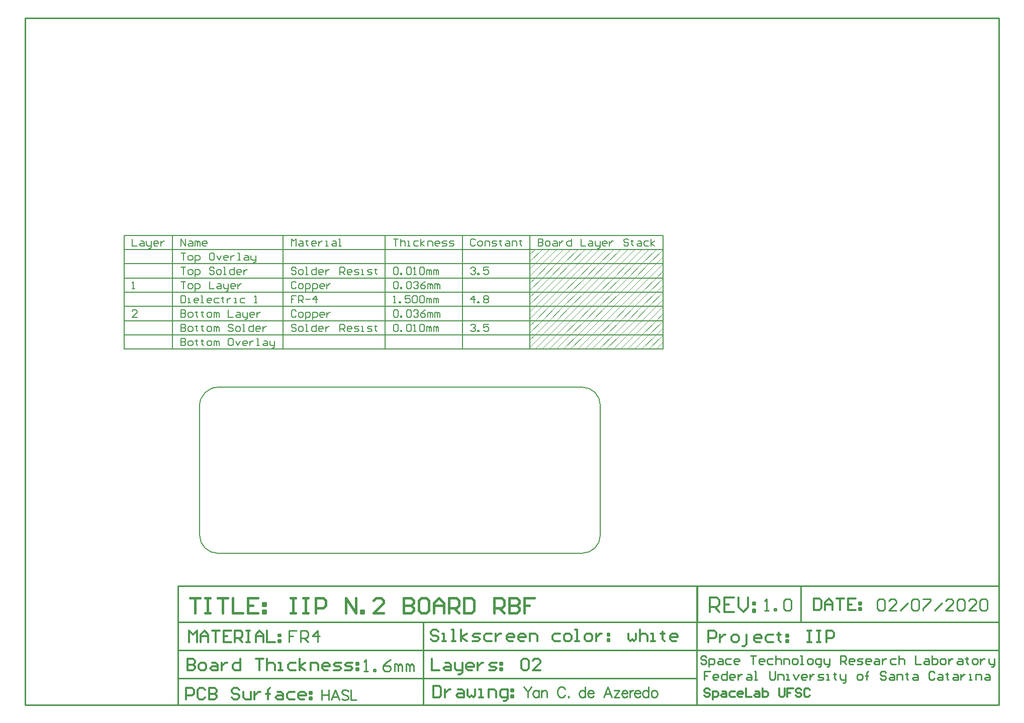
<source format=gm1>
G04*
G04 #@! TF.GenerationSoftware,Altium Limited,Altium Designer,20.2.6 (244)*
G04*
G04 Layer_Color=16711935*
%FSLAX25Y25*%
%MOIN*%
G70*
G04*
G04 #@! TF.SameCoordinates,BC087348-C804-4798-9038-869343D915B4*
G04*
G04*
G04 #@! TF.FilePolarity,Positive*
G04*
G01*
G75*
%ADD10C,0.00787*%
%ADD11C,0.01000*%
%ADD14C,0.00100*%
%ADD15C,0.01378*%
%ADD16C,0.01575*%
%ADD17C,0.01299*%
D10*
X0Y12067D02*
G03*
X12067Y0I12067J0D01*
G01*
X253681D02*
G03*
X265748Y12067I0J12067D01*
G01*
Y98264D02*
G03*
X253776Y110236I-11972J0D01*
G01*
X12359D02*
G03*
X0Y97877I0J-12359D01*
G01*
Y12067D02*
Y54331D01*
X12067Y0D02*
X253681D01*
X265748Y12067D02*
Y98264D01*
X12359Y110236D02*
X253776D01*
X0Y54331D02*
Y97877D01*
Y12067D02*
G03*
X12067Y0I12067J0D01*
G01*
X253681D02*
G03*
X265748Y12067I0J12067D01*
G01*
Y98264D02*
G03*
X253776Y110236I-11972J0D01*
G01*
X12359D02*
G03*
X0Y97877I0J-12359D01*
G01*
Y12067D02*
Y54331D01*
X12067Y0D02*
X253681D01*
X265748Y12067D02*
Y98264D01*
X12359Y110236D02*
X253776D01*
X0Y54331D02*
Y97877D01*
X-50128Y201648D02*
X307259D01*
X-50128Y211097D02*
X307259D01*
X-50128Y135506D02*
Y211097D01*
Y135506D02*
X-17851D01*
X-50128Y144955D02*
X-17851D01*
X-50128Y154404D02*
X-17851D01*
X-50128Y163853D02*
X-17851D01*
X-50128Y173302D02*
X-17851D01*
X-50128Y182751D02*
X-17851D01*
X-50128Y192199D02*
X-17851D01*
Y135506D02*
Y211097D01*
Y135506D02*
X55357D01*
X-17851Y144955D02*
X55357D01*
X-17851Y154404D02*
X55357D01*
X-17851Y163853D02*
X55357D01*
X-17851Y173302D02*
X55357D01*
X-17851Y182751D02*
X55357D01*
X-17851Y192199D02*
X55357D01*
Y135506D02*
Y211097D01*
Y135506D02*
X123055D01*
X55357Y144955D02*
X123055D01*
X55357Y154404D02*
X123055D01*
X55357Y163853D02*
X123055D01*
X55357Y173302D02*
X123055D01*
X55357Y182751D02*
X123055D01*
X55357Y192199D02*
X123055D01*
Y135506D02*
Y211097D01*
Y135506D02*
X174224D01*
X123055Y144955D02*
X174224D01*
X123055Y154404D02*
X174224D01*
X123055Y163853D02*
X174224D01*
X123055Y173302D02*
X174224D01*
X123055Y182751D02*
X174224D01*
X123055Y192199D02*
X174224D01*
Y135506D02*
Y211097D01*
Y135506D02*
X219094D01*
X174224Y144955D02*
X219094D01*
X174224Y154404D02*
X219094D01*
X174224Y163853D02*
X219094D01*
X174224Y173302D02*
X219094D01*
X174224Y182751D02*
X219094D01*
X174224Y192199D02*
X219094D01*
Y135506D02*
Y211097D01*
Y135506D02*
X307259D01*
X219094Y144955D02*
X307259D01*
X219094Y154404D02*
X307259D01*
X219094Y163853D02*
X307259D01*
X219094Y173302D02*
X307259D01*
X219094Y182751D02*
X307259D01*
X219094Y192199D02*
X307259D01*
Y135506D02*
Y211097D01*
X-44616Y208733D02*
Y204010D01*
X-41467D01*
X-39106Y207159D02*
X-37531D01*
X-36744Y206372D01*
Y204010D01*
X-39106D01*
X-39893Y204798D01*
X-39106Y205585D01*
X-36744D01*
X-35170Y207159D02*
Y204798D01*
X-34383Y204010D01*
X-32021D01*
Y203223D01*
X-32809Y202436D01*
X-33596D01*
X-32021Y204010D02*
Y207159D01*
X-28086Y204010D02*
X-29660D01*
X-30447Y204798D01*
Y206372D01*
X-29660Y207159D01*
X-28086D01*
X-27299Y206372D01*
Y205585D01*
X-30447D01*
X-25724Y207159D02*
Y204010D01*
Y205585D01*
X-24937Y206372D01*
X-24150Y207159D01*
X-23363D01*
X-41467Y156766D02*
X-44616D01*
X-41467Y159915D01*
Y160702D01*
X-42254Y161489D01*
X-43829D01*
X-44616Y160702D01*
Y175664D02*
X-43041D01*
X-43829D01*
Y180387D01*
X-44616Y179600D01*
X-12339Y204010D02*
Y208733D01*
X-9191Y204010D01*
Y208733D01*
X-6829Y207159D02*
X-5255D01*
X-4468Y206372D01*
Y204010D01*
X-6829D01*
X-7616Y204798D01*
X-6829Y205585D01*
X-4468D01*
X-2893Y204010D02*
Y207159D01*
X-2106D01*
X-1319Y206372D01*
Y204010D01*
Y206372D01*
X-532Y207159D01*
X255Y206372D01*
Y204010D01*
X4191D02*
X2617D01*
X1829Y204798D01*
Y206372D01*
X2617Y207159D01*
X4191D01*
X4978Y206372D01*
Y205585D01*
X1829D01*
X-12339Y142592D02*
Y137869D01*
X-9978D01*
X-9191Y138656D01*
Y139443D01*
X-9978Y140230D01*
X-12339D01*
X-9978D01*
X-9191Y141017D01*
Y141805D01*
X-9978Y142592D01*
X-12339D01*
X-6829Y137869D02*
X-5255D01*
X-4468Y138656D01*
Y140230D01*
X-5255Y141017D01*
X-6829D01*
X-7616Y140230D01*
Y138656D01*
X-6829Y137869D01*
X-2106Y141805D02*
Y141017D01*
X-2893D01*
X-1319D01*
X-2106D01*
Y138656D01*
X-1319Y137869D01*
X1829Y141805D02*
Y141017D01*
X1042D01*
X2617D01*
X1829D01*
Y138656D01*
X2617Y137869D01*
X5765D02*
X7339D01*
X8127Y138656D01*
Y140230D01*
X7339Y141017D01*
X5765D01*
X4978Y140230D01*
Y138656D01*
X5765Y137869D01*
X9701D02*
Y141017D01*
X10488D01*
X11275Y140230D01*
Y137869D01*
Y140230D01*
X12062Y141017D01*
X12849Y140230D01*
Y137869D01*
X21508Y142592D02*
X19934D01*
X19147Y141805D01*
Y138656D01*
X19934Y137869D01*
X21508D01*
X22295Y138656D01*
Y141805D01*
X21508Y142592D01*
X23870Y141017D02*
X25444Y137869D01*
X27018Y141017D01*
X30954Y137869D02*
X29380D01*
X28593Y138656D01*
Y140230D01*
X29380Y141017D01*
X30954D01*
X31741Y140230D01*
Y139443D01*
X28593D01*
X33315Y141017D02*
Y137869D01*
Y139443D01*
X34102Y140230D01*
X34890Y141017D01*
X35677D01*
X38038Y137869D02*
X39612D01*
X38825D01*
Y142592D01*
X38038D01*
X42761Y141017D02*
X44335D01*
X45123Y140230D01*
Y137869D01*
X42761D01*
X41974Y138656D01*
X42761Y139443D01*
X45123D01*
X46697Y141017D02*
Y138656D01*
X47484Y137869D01*
X49845D01*
Y137082D01*
X49058Y136294D01*
X48271D01*
X49845Y137869D02*
Y141017D01*
X-12339Y152040D02*
Y147318D01*
X-9978D01*
X-9191Y148105D01*
Y148892D01*
X-9978Y149679D01*
X-12339D01*
X-9978D01*
X-9191Y150466D01*
Y151253D01*
X-9978Y152040D01*
X-12339D01*
X-6829Y147318D02*
X-5255D01*
X-4468Y148105D01*
Y149679D01*
X-5255Y150466D01*
X-6829D01*
X-7616Y149679D01*
Y148105D01*
X-6829Y147318D01*
X-2106Y151253D02*
Y150466D01*
X-2893D01*
X-1319D01*
X-2106D01*
Y148105D01*
X-1319Y147318D01*
X1829Y151253D02*
Y150466D01*
X1042D01*
X2617D01*
X1829D01*
Y148105D01*
X2617Y147318D01*
X5765D02*
X7339D01*
X8127Y148105D01*
Y149679D01*
X7339Y150466D01*
X5765D01*
X4978Y149679D01*
Y148105D01*
X5765Y147318D01*
X9701D02*
Y150466D01*
X10488D01*
X11275Y149679D01*
Y147318D01*
Y149679D01*
X12062Y150466D01*
X12849Y149679D01*
Y147318D01*
X22295Y151253D02*
X21508Y152040D01*
X19934D01*
X19147Y151253D01*
Y150466D01*
X19934Y149679D01*
X21508D01*
X22295Y148892D01*
Y148105D01*
X21508Y147318D01*
X19934D01*
X19147Y148105D01*
X24657Y147318D02*
X26231D01*
X27018Y148105D01*
Y149679D01*
X26231Y150466D01*
X24657D01*
X23870Y149679D01*
Y148105D01*
X24657Y147318D01*
X28593D02*
X30167D01*
X29380D01*
Y152040D01*
X28593D01*
X35677D02*
Y147318D01*
X33315D01*
X32528Y148105D01*
Y149679D01*
X33315Y150466D01*
X35677D01*
X39612Y147318D02*
X38038D01*
X37251Y148105D01*
Y149679D01*
X38038Y150466D01*
X39612D01*
X40400Y149679D01*
Y148892D01*
X37251D01*
X41974Y150466D02*
Y147318D01*
Y148892D01*
X42761Y149679D01*
X43548Y150466D01*
X44335D01*
X-12339Y161489D02*
Y156766D01*
X-9978D01*
X-9191Y157554D01*
Y158341D01*
X-9978Y159128D01*
X-12339D01*
X-9978D01*
X-9191Y159915D01*
Y160702D01*
X-9978Y161489D01*
X-12339D01*
X-6829Y156766D02*
X-5255D01*
X-4468Y157554D01*
Y159128D01*
X-5255Y159915D01*
X-6829D01*
X-7616Y159128D01*
Y157554D01*
X-6829Y156766D01*
X-2106Y160702D02*
Y159915D01*
X-2893D01*
X-1319D01*
X-2106D01*
Y157554D01*
X-1319Y156766D01*
X1829Y160702D02*
Y159915D01*
X1042D01*
X2617D01*
X1829D01*
Y157554D01*
X2617Y156766D01*
X5765D02*
X7339D01*
X8127Y157554D01*
Y159128D01*
X7339Y159915D01*
X5765D01*
X4978Y159128D01*
Y157554D01*
X5765Y156766D01*
X9701D02*
Y159915D01*
X10488D01*
X11275Y159128D01*
Y156766D01*
Y159128D01*
X12062Y159915D01*
X12849Y159128D01*
Y156766D01*
X19147Y161489D02*
Y156766D01*
X22295D01*
X24657Y159915D02*
X26231D01*
X27018Y159128D01*
Y156766D01*
X24657D01*
X23870Y157554D01*
X24657Y158341D01*
X27018D01*
X28593Y159915D02*
Y157554D01*
X29380Y156766D01*
X31741D01*
Y155979D01*
X30954Y155192D01*
X30167D01*
X31741Y156766D02*
Y159915D01*
X35677Y156766D02*
X34102D01*
X33315Y157554D01*
Y159128D01*
X34102Y159915D01*
X35677D01*
X36464Y159128D01*
Y158341D01*
X33315D01*
X38038Y159915D02*
Y156766D01*
Y158341D01*
X38825Y159128D01*
X39612Y159915D01*
X40400D01*
X-12339Y170938D02*
Y166215D01*
X-9978D01*
X-9191Y167002D01*
Y170151D01*
X-9978Y170938D01*
X-12339D01*
X-7616Y166215D02*
X-6042D01*
X-6829D01*
Y169364D01*
X-7616D01*
X-1319Y166215D02*
X-2893D01*
X-3681Y167002D01*
Y168577D01*
X-2893Y169364D01*
X-1319D01*
X-532Y168577D01*
Y167789D01*
X-3681D01*
X1042Y166215D02*
X2617D01*
X1829D01*
Y170938D01*
X1042D01*
X7339Y166215D02*
X5765D01*
X4978Y167002D01*
Y168577D01*
X5765Y169364D01*
X7339D01*
X8127Y168577D01*
Y167789D01*
X4978D01*
X12849Y169364D02*
X10488D01*
X9701Y168577D01*
Y167002D01*
X10488Y166215D01*
X12849D01*
X15211Y170151D02*
Y169364D01*
X14424D01*
X15998D01*
X15211D01*
Y167002D01*
X15998Y166215D01*
X18360Y169364D02*
Y166215D01*
Y167789D01*
X19147Y168577D01*
X19934Y169364D01*
X20721D01*
X23083Y166215D02*
X24657D01*
X23870D01*
Y169364D01*
X23083D01*
X30167D02*
X27805D01*
X27018Y168577D01*
Y167002D01*
X27805Y166215D01*
X30167D01*
X36464D02*
X38038D01*
X37251D01*
Y170938D01*
X36464Y170151D01*
X-12339Y180387D02*
X-9191D01*
X-10765D01*
Y175664D01*
X-6829D02*
X-5255D01*
X-4468Y176451D01*
Y178025D01*
X-5255Y178813D01*
X-6829D01*
X-7616Y178025D01*
Y176451D01*
X-6829Y175664D01*
X-2893Y174090D02*
Y178813D01*
X-532D01*
X255Y178025D01*
Y176451D01*
X-532Y175664D01*
X-2893D01*
X6552Y180387D02*
Y175664D01*
X9701D01*
X12062Y178813D02*
X13637D01*
X14424Y178025D01*
Y175664D01*
X12062D01*
X11275Y176451D01*
X12062Y177238D01*
X14424D01*
X15998Y178813D02*
Y176451D01*
X16785Y175664D01*
X19147D01*
Y174877D01*
X18360Y174090D01*
X17572D01*
X19147Y175664D02*
Y178813D01*
X23082Y175664D02*
X21508D01*
X20721Y176451D01*
Y178025D01*
X21508Y178813D01*
X23082D01*
X23870Y178025D01*
Y177238D01*
X20721D01*
X25444Y178813D02*
Y175664D01*
Y177238D01*
X26231Y178025D01*
X27018Y178813D01*
X27805D01*
X-12339Y189836D02*
X-9191D01*
X-10765D01*
Y185113D01*
X-6829D02*
X-5255D01*
X-4468Y185900D01*
Y187474D01*
X-5255Y188261D01*
X-6829D01*
X-7616Y187474D01*
Y185900D01*
X-6829Y185113D01*
X-2893Y183538D02*
Y188261D01*
X-532D01*
X255Y187474D01*
Y185900D01*
X-532Y185113D01*
X-2893D01*
X9701Y189049D02*
X8914Y189836D01*
X7339D01*
X6552Y189049D01*
Y188261D01*
X7339Y187474D01*
X8914D01*
X9701Y186687D01*
Y185900D01*
X8914Y185113D01*
X7339D01*
X6552Y185900D01*
X12062Y185113D02*
X13637D01*
X14424Y185900D01*
Y187474D01*
X13637Y188261D01*
X12062D01*
X11275Y187474D01*
Y185900D01*
X12062Y185113D01*
X15998D02*
X17572D01*
X16785D01*
Y189836D01*
X15998D01*
X23083D02*
Y185113D01*
X20721D01*
X19934Y185900D01*
Y187474D01*
X20721Y188261D01*
X23083D01*
X27018Y185113D02*
X25444D01*
X24657Y185900D01*
Y187474D01*
X25444Y188261D01*
X27018D01*
X27805Y187474D01*
Y186687D01*
X24657D01*
X29380Y188261D02*
Y185113D01*
Y186687D01*
X30167Y187474D01*
X30954Y188261D01*
X31741D01*
X-12339Y199285D02*
X-9191D01*
X-10765D01*
Y194562D01*
X-6829D02*
X-5255D01*
X-4468Y195349D01*
Y196923D01*
X-5255Y197710D01*
X-6829D01*
X-7616Y196923D01*
Y195349D01*
X-6829Y194562D01*
X-2893Y192987D02*
Y197710D01*
X-532D01*
X255Y196923D01*
Y195349D01*
X-532Y194562D01*
X-2893D01*
X8914Y199285D02*
X7339D01*
X6552Y198497D01*
Y195349D01*
X7339Y194562D01*
X8914D01*
X9701Y195349D01*
Y198497D01*
X8914Y199285D01*
X11275Y197710D02*
X12849Y194562D01*
X14424Y197710D01*
X18360Y194562D02*
X16785D01*
X15998Y195349D01*
Y196923D01*
X16785Y197710D01*
X18360D01*
X19147Y196923D01*
Y196136D01*
X15998D01*
X20721Y197710D02*
Y194562D01*
Y196136D01*
X21508Y196923D01*
X22295Y197710D01*
X23082D01*
X25444Y194562D02*
X27018D01*
X26231D01*
Y199285D01*
X25444D01*
X30167Y197710D02*
X31741D01*
X32528Y196923D01*
Y194562D01*
X30167D01*
X29380Y195349D01*
X30167Y196136D01*
X32528D01*
X34102Y197710D02*
Y195349D01*
X34890Y194562D01*
X37251D01*
Y193774D01*
X36464Y192987D01*
X35677D01*
X37251Y194562D02*
Y197710D01*
X60869Y204010D02*
Y208733D01*
X62443Y207159D01*
X64018Y208733D01*
Y204010D01*
X66379Y207159D02*
X67953D01*
X68740Y206372D01*
Y204010D01*
X66379D01*
X65592Y204798D01*
X66379Y205585D01*
X68740D01*
X71102Y207946D02*
Y207159D01*
X70315D01*
X71889D01*
X71102D01*
Y204798D01*
X71889Y204010D01*
X76612D02*
X75038D01*
X74251Y204798D01*
Y206372D01*
X75038Y207159D01*
X76612D01*
X77399Y206372D01*
Y205585D01*
X74251D01*
X78974Y207159D02*
Y204010D01*
Y205585D01*
X79761Y206372D01*
X80548Y207159D01*
X81335D01*
X83696Y204010D02*
X85271D01*
X84483D01*
Y207159D01*
X83696D01*
X88419D02*
X89994D01*
X90781Y206372D01*
Y204010D01*
X88419D01*
X87632Y204798D01*
X88419Y205585D01*
X90781D01*
X92355Y204010D02*
X93929D01*
X93142D01*
Y208733D01*
X92355D01*
X64018Y151253D02*
X63231Y152040D01*
X61656D01*
X60869Y151253D01*
Y150466D01*
X61656Y149679D01*
X63231D01*
X64018Y148892D01*
Y148105D01*
X63231Y147318D01*
X61656D01*
X60869Y148105D01*
X66379Y147318D02*
X67953D01*
X68740Y148105D01*
Y149679D01*
X67953Y150466D01*
X66379D01*
X65592Y149679D01*
Y148105D01*
X66379Y147318D01*
X70315D02*
X71889D01*
X71102D01*
Y152040D01*
X70315D01*
X77399D02*
Y147318D01*
X75038D01*
X74251Y148105D01*
Y149679D01*
X75038Y150466D01*
X77399D01*
X81335Y147318D02*
X79761D01*
X78974Y148105D01*
Y149679D01*
X79761Y150466D01*
X81335D01*
X82122Y149679D01*
Y148892D01*
X78974D01*
X83696Y150466D02*
Y147318D01*
Y148892D01*
X84483Y149679D01*
X85271Y150466D01*
X86058D01*
X93142Y147318D02*
Y152040D01*
X95503D01*
X96291Y151253D01*
Y149679D01*
X95503Y148892D01*
X93142D01*
X94716D02*
X96291Y147318D01*
X100226D02*
X98652D01*
X97865Y148105D01*
Y149679D01*
X98652Y150466D01*
X100226D01*
X101014Y149679D01*
Y148892D01*
X97865D01*
X102588Y147318D02*
X104949D01*
X105736Y148105D01*
X104949Y148892D01*
X103375D01*
X102588Y149679D01*
X103375Y150466D01*
X105736D01*
X107311Y147318D02*
X108885D01*
X108098D01*
Y150466D01*
X107311D01*
X111247Y147318D02*
X113608D01*
X114395Y148105D01*
X113608Y148892D01*
X112034D01*
X111247Y149679D01*
X112034Y150466D01*
X114395D01*
X116756Y151253D02*
Y150466D01*
X115969D01*
X117544D01*
X116756D01*
Y148105D01*
X117544Y147318D01*
X64018Y160702D02*
X63231Y161489D01*
X61656D01*
X60869Y160702D01*
Y157554D01*
X61656Y156766D01*
X63231D01*
X64018Y157554D01*
X66379Y156766D02*
X67953D01*
X68740Y157554D01*
Y159128D01*
X67953Y159915D01*
X66379D01*
X65592Y159128D01*
Y157554D01*
X66379Y156766D01*
X70315Y155192D02*
Y159915D01*
X72676D01*
X73463Y159128D01*
Y157554D01*
X72676Y156766D01*
X70315D01*
X75038Y155192D02*
Y159915D01*
X77399D01*
X78186Y159128D01*
Y157554D01*
X77399Y156766D01*
X75038D01*
X82122D02*
X80548D01*
X79761Y157554D01*
Y159128D01*
X80548Y159915D01*
X82122D01*
X82909Y159128D01*
Y158341D01*
X79761D01*
X84483Y159915D02*
Y156766D01*
Y158341D01*
X85271Y159128D01*
X86058Y159915D01*
X86845D01*
X64018Y170938D02*
X60869D01*
Y168577D01*
X62443D01*
X60869D01*
Y166215D01*
X65592D02*
Y170938D01*
X67953D01*
X68740Y170151D01*
Y168577D01*
X67953Y167789D01*
X65592D01*
X67166D02*
X68740Y166215D01*
X70315Y168577D02*
X73463D01*
X77399Y166215D02*
Y170938D01*
X75038Y168577D01*
X78186D01*
X64018Y179600D02*
X63231Y180387D01*
X61656D01*
X60869Y179600D01*
Y176451D01*
X61656Y175664D01*
X63231D01*
X64018Y176451D01*
X66379Y175664D02*
X67953D01*
X68740Y176451D01*
Y178025D01*
X67953Y178813D01*
X66379D01*
X65592Y178025D01*
Y176451D01*
X66379Y175664D01*
X70315Y174090D02*
Y178813D01*
X72676D01*
X73463Y178025D01*
Y176451D01*
X72676Y175664D01*
X70315D01*
X75038Y174090D02*
Y178813D01*
X77399D01*
X78186Y178025D01*
Y176451D01*
X77399Y175664D01*
X75038D01*
X82122D02*
X80548D01*
X79761Y176451D01*
Y178025D01*
X80548Y178813D01*
X82122D01*
X82909Y178025D01*
Y177238D01*
X79761D01*
X84483Y178813D02*
Y175664D01*
Y177238D01*
X85271Y178025D01*
X86058Y178813D01*
X86845D01*
X64018Y189049D02*
X63231Y189836D01*
X61656D01*
X60869Y189049D01*
Y188261D01*
X61656Y187474D01*
X63231D01*
X64018Y186687D01*
Y185900D01*
X63231Y185113D01*
X61656D01*
X60869Y185900D01*
X66379Y185113D02*
X67953D01*
X68740Y185900D01*
Y187474D01*
X67953Y188261D01*
X66379D01*
X65592Y187474D01*
Y185900D01*
X66379Y185113D01*
X70315D02*
X71889D01*
X71102D01*
Y189836D01*
X70315D01*
X77399D02*
Y185113D01*
X75038D01*
X74251Y185900D01*
Y187474D01*
X75038Y188261D01*
X77399D01*
X81335Y185113D02*
X79761D01*
X78974Y185900D01*
Y187474D01*
X79761Y188261D01*
X81335D01*
X82122Y187474D01*
Y186687D01*
X78974D01*
X83696Y188261D02*
Y185113D01*
Y186687D01*
X84483Y187474D01*
X85271Y188261D01*
X86058D01*
X93142Y185113D02*
Y189836D01*
X95503D01*
X96291Y189049D01*
Y187474D01*
X95503Y186687D01*
X93142D01*
X94716D02*
X96291Y185113D01*
X100226D02*
X98652D01*
X97865Y185900D01*
Y187474D01*
X98652Y188261D01*
X100226D01*
X101014Y187474D01*
Y186687D01*
X97865D01*
X102588Y185113D02*
X104949D01*
X105736Y185900D01*
X104949Y186687D01*
X103375D01*
X102588Y187474D01*
X103375Y188261D01*
X105736D01*
X107311Y185113D02*
X108885D01*
X108098D01*
Y188261D01*
X107311D01*
X111247Y185113D02*
X113608D01*
X114395Y185900D01*
X113608Y186687D01*
X112034D01*
X111247Y187474D01*
X112034Y188261D01*
X114395D01*
X116756Y189049D02*
Y188261D01*
X115969D01*
X117544D01*
X116756D01*
Y185900D01*
X117544Y185113D01*
X128567Y208733D02*
X131716D01*
X130142D01*
Y204010D01*
X133290Y208733D02*
Y204010D01*
Y206372D01*
X134077Y207159D01*
X135652D01*
X136439Y206372D01*
Y204010D01*
X138013D02*
X139587D01*
X138800D01*
Y207159D01*
X138013D01*
X145097D02*
X142736D01*
X141949Y206372D01*
Y204798D01*
X142736Y204010D01*
X145097D01*
X146672D02*
Y208733D01*
Y205585D02*
X149033Y207159D01*
X146672Y205585D02*
X149033Y204010D01*
X151394D02*
Y207159D01*
X153756D01*
X154543Y206372D01*
Y204010D01*
X158479D02*
X156904D01*
X156117Y204798D01*
Y206372D01*
X156904Y207159D01*
X158479D01*
X159266Y206372D01*
Y205585D01*
X156117D01*
X160840Y204010D02*
X163202D01*
X163989Y204798D01*
X163202Y205585D01*
X161627D01*
X160840Y206372D01*
X161627Y207159D01*
X163989D01*
X165563Y204010D02*
X167925D01*
X168712Y204798D01*
X167925Y205585D01*
X166350D01*
X165563Y206372D01*
X166350Y207159D01*
X168712D01*
X128567Y151253D02*
X129354Y152040D01*
X130929D01*
X131716Y151253D01*
Y148105D01*
X130929Y147318D01*
X129354D01*
X128567Y148105D01*
Y151253D01*
X133290Y147318D02*
Y148105D01*
X134077D01*
Y147318D01*
X133290D01*
X137226Y151253D02*
X138013Y152040D01*
X139587D01*
X140375Y151253D01*
Y148105D01*
X139587Y147318D01*
X138013D01*
X137226Y148105D01*
Y151253D01*
X141949Y147318D02*
X143523D01*
X142736D01*
Y152040D01*
X141949Y151253D01*
X145885D02*
X146672Y152040D01*
X148246D01*
X149033Y151253D01*
Y148105D01*
X148246Y147318D01*
X146672D01*
X145885Y148105D01*
Y151253D01*
X150607Y147318D02*
Y150466D01*
X151394D01*
X152182Y149679D01*
Y147318D01*
Y149679D01*
X152969Y150466D01*
X153756Y149679D01*
Y147318D01*
X155330D02*
Y150466D01*
X156117D01*
X156904Y149679D01*
Y147318D01*
Y149679D01*
X157692Y150466D01*
X158479Y149679D01*
Y147318D01*
X128567Y160702D02*
X129354Y161489D01*
X130929D01*
X131716Y160702D01*
Y157554D01*
X130929Y156766D01*
X129354D01*
X128567Y157554D01*
Y160702D01*
X133290Y156766D02*
Y157554D01*
X134077D01*
Y156766D01*
X133290D01*
X137226Y160702D02*
X138013Y161489D01*
X139587D01*
X140375Y160702D01*
Y157554D01*
X139587Y156766D01*
X138013D01*
X137226Y157554D01*
Y160702D01*
X141949D02*
X142736Y161489D01*
X144310D01*
X145097Y160702D01*
Y159915D01*
X144310Y159128D01*
X143523D01*
X144310D01*
X145097Y158341D01*
Y157554D01*
X144310Y156766D01*
X142736D01*
X141949Y157554D01*
X149820Y161489D02*
X148246Y160702D01*
X146672Y159128D01*
Y157554D01*
X147459Y156766D01*
X149033D01*
X149820Y157554D01*
Y158341D01*
X149033Y159128D01*
X146672D01*
X151394Y156766D02*
Y159915D01*
X152182D01*
X152969Y159128D01*
Y156766D01*
Y159128D01*
X153756Y159915D01*
X154543Y159128D01*
Y156766D01*
X156117D02*
Y159915D01*
X156904D01*
X157692Y159128D01*
Y156766D01*
Y159128D01*
X158479Y159915D01*
X159266Y159128D01*
Y156766D01*
X128567Y166215D02*
X130142D01*
X129354D01*
Y170938D01*
X128567Y170151D01*
X132503Y166215D02*
Y167002D01*
X133290D01*
Y166215D01*
X132503D01*
X139587Y170938D02*
X136439D01*
Y168577D01*
X138013Y169364D01*
X138800D01*
X139587Y168577D01*
Y167002D01*
X138800Y166215D01*
X137226D01*
X136439Y167002D01*
X141162Y170151D02*
X141949Y170938D01*
X143523D01*
X144310Y170151D01*
Y167002D01*
X143523Y166215D01*
X141949D01*
X141162Y167002D01*
Y170151D01*
X145885D02*
X146672Y170938D01*
X148246D01*
X149033Y170151D01*
Y167002D01*
X148246Y166215D01*
X146672D01*
X145885Y167002D01*
Y170151D01*
X150607Y166215D02*
Y169364D01*
X151394D01*
X152182Y168577D01*
Y166215D01*
Y168577D01*
X152969Y169364D01*
X153756Y168577D01*
Y166215D01*
X155330D02*
Y169364D01*
X156117D01*
X156904Y168577D01*
Y166215D01*
Y168577D01*
X157692Y169364D01*
X158479Y168577D01*
Y166215D01*
X128567Y179600D02*
X129354Y180387D01*
X130929D01*
X131716Y179600D01*
Y176451D01*
X130929Y175664D01*
X129354D01*
X128567Y176451D01*
Y179600D01*
X133290Y175664D02*
Y176451D01*
X134077D01*
Y175664D01*
X133290D01*
X137226Y179600D02*
X138013Y180387D01*
X139587D01*
X140375Y179600D01*
Y176451D01*
X139587Y175664D01*
X138013D01*
X137226Y176451D01*
Y179600D01*
X141949D02*
X142736Y180387D01*
X144310D01*
X145097Y179600D01*
Y178813D01*
X144310Y178025D01*
X143523D01*
X144310D01*
X145097Y177238D01*
Y176451D01*
X144310Y175664D01*
X142736D01*
X141949Y176451D01*
X149820Y180387D02*
X148246Y179600D01*
X146672Y178025D01*
Y176451D01*
X147459Y175664D01*
X149033D01*
X149820Y176451D01*
Y177238D01*
X149033Y178025D01*
X146672D01*
X151394Y175664D02*
Y178813D01*
X152182D01*
X152969Y178025D01*
Y175664D01*
Y178025D01*
X153756Y178813D01*
X154543Y178025D01*
Y175664D01*
X156117D02*
Y178813D01*
X156904D01*
X157692Y178025D01*
Y175664D01*
Y178025D01*
X158479Y178813D01*
X159266Y178025D01*
Y175664D01*
X128567Y189049D02*
X129354Y189836D01*
X130929D01*
X131716Y189049D01*
Y185900D01*
X130929Y185113D01*
X129354D01*
X128567Y185900D01*
Y189049D01*
X133290Y185113D02*
Y185900D01*
X134077D01*
Y185113D01*
X133290D01*
X137226Y189049D02*
X138013Y189836D01*
X139587D01*
X140375Y189049D01*
Y185900D01*
X139587Y185113D01*
X138013D01*
X137226Y185900D01*
Y189049D01*
X141949Y185113D02*
X143523D01*
X142736D01*
Y189836D01*
X141949Y189049D01*
X145885D02*
X146672Y189836D01*
X148246D01*
X149033Y189049D01*
Y185900D01*
X148246Y185113D01*
X146672D01*
X145885Y185900D01*
Y189049D01*
X150607Y185113D02*
Y188261D01*
X151394D01*
X152182Y187474D01*
Y185113D01*
Y187474D01*
X152969Y188261D01*
X153756Y187474D01*
Y185113D01*
X155330D02*
Y188261D01*
X156117D01*
X156904Y187474D01*
Y185113D01*
Y187474D01*
X157692Y188261D01*
X158479Y187474D01*
Y185113D01*
X182884Y207946D02*
X182097Y208733D01*
X180523D01*
X179735Y207946D01*
Y204798D01*
X180523Y204010D01*
X182097D01*
X182884Y204798D01*
X185245Y204010D02*
X186820D01*
X187607Y204798D01*
Y206372D01*
X186820Y207159D01*
X185245D01*
X184458Y206372D01*
Y204798D01*
X185245Y204010D01*
X189181D02*
Y207159D01*
X191543D01*
X192330Y206372D01*
Y204010D01*
X193904D02*
X196265D01*
X197053Y204798D01*
X196265Y205585D01*
X194691D01*
X193904Y206372D01*
X194691Y207159D01*
X197053D01*
X199414Y207946D02*
Y207159D01*
X198627D01*
X200201D01*
X199414D01*
Y204798D01*
X200201Y204010D01*
X203350Y207159D02*
X204924D01*
X205711Y206372D01*
Y204010D01*
X203350D01*
X202563Y204798D01*
X203350Y205585D01*
X205711D01*
X207285Y204010D02*
Y207159D01*
X209647D01*
X210434Y206372D01*
Y204010D01*
X212795Y207946D02*
Y207159D01*
X212008D01*
X213583D01*
X212795D01*
Y204798D01*
X213583Y204010D01*
X179735Y151253D02*
X180523Y152040D01*
X182097D01*
X182884Y151253D01*
Y150466D01*
X182097Y149679D01*
X181310D01*
X182097D01*
X182884Y148892D01*
Y148105D01*
X182097Y147318D01*
X180523D01*
X179735Y148105D01*
X184458Y147318D02*
Y148105D01*
X185245D01*
Y147318D01*
X184458D01*
X191543Y152040D02*
X188394D01*
Y149679D01*
X189968Y150466D01*
X190755D01*
X191543Y149679D01*
Y148105D01*
X190755Y147318D01*
X189181D01*
X188394Y148105D01*
X182097Y166215D02*
Y170938D01*
X179735Y168577D01*
X182884D01*
X184458Y166215D02*
Y167002D01*
X185245D01*
Y166215D01*
X184458D01*
X188394Y170151D02*
X189181Y170938D01*
X190755D01*
X191543Y170151D01*
Y169364D01*
X190755Y168577D01*
X191543Y167789D01*
Y167002D01*
X190755Y166215D01*
X189181D01*
X188394Y167002D01*
Y167789D01*
X189181Y168577D01*
X188394Y169364D01*
Y170151D01*
X189181Y168577D02*
X190755D01*
X179735Y189049D02*
X180523Y189836D01*
X182097D01*
X182884Y189049D01*
Y188261D01*
X182097Y187474D01*
X181310D01*
X182097D01*
X182884Y186687D01*
Y185900D01*
X182097Y185113D01*
X180523D01*
X179735Y185900D01*
X184458Y185113D02*
Y185900D01*
X185245D01*
Y185113D01*
X184458D01*
X191543Y189836D02*
X188394D01*
Y187474D01*
X189968Y188261D01*
X190755D01*
X191543Y187474D01*
Y185900D01*
X190755Y185113D01*
X189181D01*
X188394Y185900D01*
X224606Y208733D02*
Y204010D01*
X226968D01*
X227755Y204798D01*
Y205585D01*
X226968Y206372D01*
X224606D01*
X226968D01*
X227755Y207159D01*
Y207946D01*
X226968Y208733D01*
X224606D01*
X230116Y204010D02*
X231691D01*
X232478Y204798D01*
Y206372D01*
X231691Y207159D01*
X230116D01*
X229329Y206372D01*
Y204798D01*
X230116Y204010D01*
X234839Y207159D02*
X236414D01*
X237201Y206372D01*
Y204010D01*
X234839D01*
X234052Y204798D01*
X234839Y205585D01*
X237201D01*
X238775Y207159D02*
Y204010D01*
Y205585D01*
X239562Y206372D01*
X240349Y207159D01*
X241136D01*
X246646Y208733D02*
Y204010D01*
X244285D01*
X243498Y204798D01*
Y206372D01*
X244285Y207159D01*
X246646D01*
X252944Y208733D02*
Y204010D01*
X256092D01*
X258454Y207159D02*
X260028D01*
X260815Y206372D01*
Y204010D01*
X258454D01*
X257666Y204798D01*
X258454Y205585D01*
X260815D01*
X262389Y207159D02*
Y204798D01*
X263176Y204010D01*
X265538D01*
Y203223D01*
X264751Y202436D01*
X263964D01*
X265538Y204010D02*
Y207159D01*
X269474Y204010D02*
X267899D01*
X267112Y204798D01*
Y206372D01*
X267899Y207159D01*
X269474D01*
X270261Y206372D01*
Y205585D01*
X267112D01*
X271835Y207159D02*
Y204010D01*
Y205585D01*
X272622Y206372D01*
X273409Y207159D01*
X274197D01*
X284429Y207946D02*
X283642Y208733D01*
X282068D01*
X281281Y207946D01*
Y207159D01*
X282068Y206372D01*
X283642D01*
X284429Y205585D01*
Y204798D01*
X283642Y204010D01*
X282068D01*
X281281Y204798D01*
X286791Y207946D02*
Y207159D01*
X286004D01*
X287578D01*
X286791D01*
Y204798D01*
X287578Y204010D01*
X290727Y207159D02*
X292301D01*
X293088Y206372D01*
Y204010D01*
X290727D01*
X289939Y204798D01*
X290727Y205585D01*
X293088D01*
X297811Y207159D02*
X295449D01*
X294662Y206372D01*
Y204798D01*
X295449Y204010D01*
X297811D01*
X299385D02*
Y208733D01*
Y205585D02*
X301747Y207159D01*
X299385Y205585D02*
X301747Y204010D01*
D11*
X-115650Y-100787D02*
X530020D01*
X-14469D02*
Y-21606D01*
X148463Y-100492D02*
Y-45565D01*
X-14173Y-83065D02*
X329429Y-83065D01*
X329713Y-100394D02*
Y-21803D01*
X-14173Y-64315D02*
X529713Y-64315D01*
X-13976Y-45565D02*
X529290Y-45565D01*
X-14469Y-21606D02*
X529713D01*
X-115650Y355264D02*
X530020D01*
X-115650Y-100787D02*
Y355264D01*
X530020Y-100433D02*
Y355264D01*
X329921Y-45228D02*
Y-21606D01*
X398709Y-45171D02*
Y-21555D01*
X81004Y-90728D02*
Y-97539D01*
X85545Y-90728D02*
Y-97539D01*
X81004Y-93972D02*
X85545D01*
X92615Y-97539D02*
X90021Y-90728D01*
X87426Y-97539D01*
X88399Y-95269D02*
X91642D01*
X98745Y-91701D02*
X98096Y-91053D01*
X97123Y-90728D01*
X95826D01*
X94853Y-91053D01*
X94204Y-91701D01*
Y-92350D01*
X94529Y-92999D01*
X94853Y-93323D01*
X95502Y-93647D01*
X97448Y-94296D01*
X98096Y-94620D01*
X98421Y-94945D01*
X98745Y-95593D01*
Y-96566D01*
X98096Y-97215D01*
X97123Y-97539D01*
X95826D01*
X94853Y-97215D01*
X94204Y-96566D01*
X100269Y-90728D02*
Y-97539D01*
X104162D01*
X214961Y-88760D02*
X217555Y-92003D01*
Y-95571D01*
X220150Y-88760D02*
X217555Y-92003D01*
X224918Y-91030D02*
Y-95571D01*
Y-92003D02*
X224269Y-91355D01*
X223620Y-91030D01*
X222647D01*
X221999Y-91355D01*
X221350Y-92003D01*
X221026Y-92976D01*
Y-93625D01*
X221350Y-94598D01*
X221999Y-95246D01*
X222647Y-95571D01*
X223620D01*
X224269Y-95246D01*
X224918Y-94598D01*
X226734Y-91030D02*
Y-95571D01*
Y-92327D02*
X227707Y-91355D01*
X228356Y-91030D01*
X229329D01*
X229977Y-91355D01*
X230302Y-92327D01*
Y-95571D01*
X242302Y-90381D02*
X241978Y-89733D01*
X241329Y-89084D01*
X240680Y-88760D01*
X239383D01*
X238734Y-89084D01*
X238086Y-89733D01*
X237761Y-90381D01*
X237437Y-91355D01*
Y-92976D01*
X237761Y-93949D01*
X238086Y-94598D01*
X238734Y-95246D01*
X239383Y-95571D01*
X240680D01*
X241329Y-95246D01*
X241978Y-94598D01*
X242302Y-93949D01*
X244540Y-94922D02*
X244216Y-95246D01*
X244540Y-95571D01*
X244864Y-95246D01*
X244540Y-94922D01*
X255600Y-88760D02*
Y-95571D01*
Y-92003D02*
X254951Y-91355D01*
X254303Y-91030D01*
X253329D01*
X252681Y-91355D01*
X252032Y-92003D01*
X251708Y-92976D01*
Y-93625D01*
X252032Y-94598D01*
X252681Y-95246D01*
X253329Y-95571D01*
X254303D01*
X254951Y-95246D01*
X255600Y-94598D01*
X257416Y-92976D02*
X261308D01*
Y-92327D01*
X260984Y-91679D01*
X260660Y-91355D01*
X260011Y-91030D01*
X259038D01*
X258389Y-91355D01*
X257740Y-92003D01*
X257416Y-92976D01*
Y-93625D01*
X257740Y-94598D01*
X258389Y-95246D01*
X259038Y-95571D01*
X260011D01*
X260660Y-95246D01*
X261308Y-94598D01*
X273308Y-95571D02*
X270714Y-88760D01*
X268119Y-95571D01*
X269092Y-93300D02*
X272336D01*
X278466Y-91030D02*
X274898Y-95571D01*
Y-91030D02*
X278466D01*
X274898Y-95571D02*
X278466D01*
X279892Y-92976D02*
X283785D01*
Y-92327D01*
X283460Y-91679D01*
X283136Y-91355D01*
X282487Y-91030D01*
X281514D01*
X280866Y-91355D01*
X280217Y-92003D01*
X279892Y-92976D01*
Y-93625D01*
X280217Y-94598D01*
X280866Y-95246D01*
X281514Y-95571D01*
X282487D01*
X283136Y-95246D01*
X283785Y-94598D01*
X285244Y-91030D02*
Y-95571D01*
Y-92976D02*
X285568Y-92003D01*
X286217Y-91355D01*
X286866Y-91030D01*
X287839D01*
X288455Y-92976D02*
X292347D01*
Y-92327D01*
X292023Y-91679D01*
X291698Y-91355D01*
X291050Y-91030D01*
X290077D01*
X289428Y-91355D01*
X288779Y-92003D01*
X288455Y-92976D01*
Y-93625D01*
X288779Y-94598D01*
X289428Y-95246D01*
X290077Y-95571D01*
X291050D01*
X291698Y-95246D01*
X292347Y-94598D01*
X297698Y-88760D02*
Y-95571D01*
Y-92003D02*
X297050Y-91355D01*
X296401Y-91030D01*
X295428D01*
X294779Y-91355D01*
X294131Y-92003D01*
X293807Y-92976D01*
Y-93625D01*
X294131Y-94598D01*
X294779Y-95246D01*
X295428Y-95571D01*
X296401D01*
X297050Y-95246D01*
X297698Y-94598D01*
X301136Y-91030D02*
X300488Y-91355D01*
X299839Y-92003D01*
X299515Y-92976D01*
Y-93625D01*
X299839Y-94598D01*
X300488Y-95246D01*
X301136Y-95571D01*
X302110D01*
X302758Y-95246D01*
X303407Y-94598D01*
X303731Y-93625D01*
Y-92976D01*
X303407Y-92003D01*
X302758Y-91355D01*
X302110Y-91030D01*
X301136D01*
X109153Y-78347D02*
X111674D01*
X110414D01*
Y-70786D01*
X109153Y-72046D01*
X115454Y-78347D02*
Y-77087D01*
X116714D01*
Y-78347D01*
X115454D01*
X126794Y-70786D02*
X124274Y-72046D01*
X121754Y-74566D01*
Y-77087D01*
X123014Y-78347D01*
X125534D01*
X126794Y-77087D01*
Y-75826D01*
X125534Y-74566D01*
X121754D01*
X129314Y-78347D02*
Y-73306D01*
X130574D01*
X131834Y-74566D01*
Y-78347D01*
Y-74566D01*
X133094Y-73306D01*
X134354Y-74566D01*
Y-78347D01*
X136874D02*
Y-73306D01*
X138134D01*
X139394Y-74566D01*
Y-78347D01*
Y-74566D01*
X140654Y-73306D01*
X141914Y-74566D01*
Y-78347D01*
X64458Y-51390D02*
X59418D01*
Y-55170D01*
X61938D01*
X59418D01*
Y-58950D01*
X66978D02*
Y-51390D01*
X70758D01*
X72018Y-52650D01*
Y-55170D01*
X70758Y-56430D01*
X66978D01*
X69498D02*
X72018Y-58950D01*
X78318D02*
Y-51390D01*
X74538Y-55170D01*
X79578D01*
X374803Y-37992D02*
X377323D01*
X376063D01*
Y-30432D01*
X374803Y-31692D01*
X381103Y-37992D02*
Y-36732D01*
X382363D01*
Y-37992D01*
X381103D01*
X387403Y-31692D02*
X388663Y-30432D01*
X391183D01*
X392443Y-31692D01*
Y-36732D01*
X391183Y-37992D01*
X388663D01*
X387403Y-36732D01*
Y-31692D01*
X449409D02*
X450669Y-30432D01*
X453190D01*
X454450Y-31692D01*
Y-36732D01*
X453190Y-37992D01*
X450669D01*
X449409Y-36732D01*
Y-31692D01*
X462010Y-37992D02*
X456969D01*
X462010Y-32952D01*
Y-31692D01*
X460749Y-30432D01*
X458229D01*
X456969Y-31692D01*
X464530Y-37992D02*
X469570Y-32952D01*
X472090Y-31692D02*
X473350Y-30432D01*
X475870D01*
X477130Y-31692D01*
Y-36732D01*
X475870Y-37992D01*
X473350D01*
X472090Y-36732D01*
Y-31692D01*
X479650Y-30432D02*
X484690D01*
Y-31692D01*
X479650Y-36732D01*
Y-37992D01*
X487210D02*
X492250Y-32952D01*
X499810Y-37992D02*
X494770D01*
X499810Y-32952D01*
Y-31692D01*
X498550Y-30432D01*
X496030D01*
X494770Y-31692D01*
X502330D02*
X503590Y-30432D01*
X506110D01*
X507370Y-31692D01*
Y-36732D01*
X506110Y-37992D01*
X503590D01*
X502330Y-36732D01*
Y-31692D01*
X514930Y-37992D02*
X509890D01*
X514930Y-32952D01*
Y-31692D01*
X513670Y-30432D01*
X511150D01*
X509890Y-31692D01*
X517450D02*
X518710Y-30432D01*
X521230D01*
X522490Y-31692D01*
Y-36732D01*
X521230Y-37992D01*
X518710D01*
X517450Y-36732D01*
Y-31692D01*
X335957Y-69030D02*
X335038Y-68112D01*
X333202D01*
X332283Y-69030D01*
Y-69949D01*
X333202Y-70867D01*
X335038D01*
X335957Y-71785D01*
Y-72704D01*
X335038Y-73622D01*
X333202D01*
X332283Y-72704D01*
X337793Y-75459D02*
Y-69949D01*
X340548D01*
X341467Y-70867D01*
Y-72704D01*
X340548Y-73622D01*
X337793D01*
X344222Y-69949D02*
X346059D01*
X346977Y-70867D01*
Y-73622D01*
X344222D01*
X343303Y-72704D01*
X344222Y-71785D01*
X346977D01*
X352487Y-69949D02*
X349732D01*
X348814Y-70867D01*
Y-72704D01*
X349732Y-73622D01*
X352487D01*
X357079D02*
X355242D01*
X354324Y-72704D01*
Y-70867D01*
X355242Y-69949D01*
X357079D01*
X357997Y-70867D01*
Y-71785D01*
X354324D01*
X365344Y-68112D02*
X369017D01*
X367180D01*
Y-73622D01*
X373609D02*
X371772D01*
X370854Y-72704D01*
Y-70867D01*
X371772Y-69949D01*
X373609D01*
X374527Y-70867D01*
Y-71785D01*
X370854D01*
X380037Y-69949D02*
X377282D01*
X376364Y-70867D01*
Y-72704D01*
X377282Y-73622D01*
X380037D01*
X381874Y-68112D02*
Y-73622D01*
Y-70867D01*
X382792Y-69949D01*
X384629D01*
X385547Y-70867D01*
Y-73622D01*
X387384D02*
Y-69949D01*
X390139D01*
X391057Y-70867D01*
Y-73622D01*
X393812D02*
X395649D01*
X396567Y-72704D01*
Y-70867D01*
X395649Y-69949D01*
X393812D01*
X392894Y-70867D01*
Y-72704D01*
X393812Y-73622D01*
X398404D02*
X400241D01*
X399322D01*
Y-68112D01*
X398404D01*
X403914Y-73622D02*
X405751D01*
X406669Y-72704D01*
Y-70867D01*
X405751Y-69949D01*
X403914D01*
X402995Y-70867D01*
Y-72704D01*
X403914Y-73622D01*
X410342Y-75459D02*
X411261D01*
X412179Y-74540D01*
Y-69949D01*
X409424D01*
X408505Y-70867D01*
Y-72704D01*
X409424Y-73622D01*
X412179D01*
X414016Y-69949D02*
Y-72704D01*
X414934Y-73622D01*
X417689D01*
Y-74540D01*
X416771Y-75459D01*
X415852D01*
X417689Y-73622D02*
Y-69949D01*
X425036Y-73622D02*
Y-68112D01*
X427791D01*
X428709Y-69030D01*
Y-70867D01*
X427791Y-71785D01*
X425036D01*
X426872D02*
X428709Y-73622D01*
X433301D02*
X431464D01*
X430546Y-72704D01*
Y-70867D01*
X431464Y-69949D01*
X433301D01*
X434219Y-70867D01*
Y-71785D01*
X430546D01*
X436056Y-73622D02*
X438811D01*
X439729Y-72704D01*
X438811Y-71785D01*
X436974D01*
X436056Y-70867D01*
X436974Y-69949D01*
X439729D01*
X444321Y-73622D02*
X442484D01*
X441566Y-72704D01*
Y-70867D01*
X442484Y-69949D01*
X444321D01*
X445239Y-70867D01*
Y-71785D01*
X441566D01*
X447994Y-69949D02*
X449831D01*
X450749Y-70867D01*
Y-73622D01*
X447994D01*
X447076Y-72704D01*
X447994Y-71785D01*
X450749D01*
X452586Y-69949D02*
Y-73622D01*
Y-71785D01*
X453504Y-70867D01*
X454423Y-69949D01*
X455341D01*
X461769D02*
X459014D01*
X458096Y-70867D01*
Y-72704D01*
X459014Y-73622D01*
X461769D01*
X463606Y-68112D02*
Y-73622D01*
Y-70867D01*
X464524Y-69949D01*
X466361D01*
X467279Y-70867D01*
Y-73622D01*
X474626Y-68112D02*
Y-73622D01*
X478299D01*
X481054Y-69949D02*
X482891D01*
X483809Y-70867D01*
Y-73622D01*
X481054D01*
X480136Y-72704D01*
X481054Y-71785D01*
X483809D01*
X485646Y-68112D02*
Y-73622D01*
X488401D01*
X489319Y-72704D01*
Y-71785D01*
Y-70867D01*
X488401Y-69949D01*
X485646D01*
X492074Y-73622D02*
X493911D01*
X494829Y-72704D01*
Y-70867D01*
X493911Y-69949D01*
X492074D01*
X491156Y-70867D01*
Y-72704D01*
X492074Y-73622D01*
X496666Y-69949D02*
Y-73622D01*
Y-71785D01*
X497584Y-70867D01*
X498503Y-69949D01*
X499421D01*
X503094D02*
X504931D01*
X505849Y-70867D01*
Y-73622D01*
X503094D01*
X502176Y-72704D01*
X503094Y-71785D01*
X505849D01*
X508604Y-69030D02*
Y-69949D01*
X507686D01*
X509523D01*
X508604D01*
Y-72704D01*
X509523Y-73622D01*
X513196D02*
X515033D01*
X515951Y-72704D01*
Y-70867D01*
X515033Y-69949D01*
X513196D01*
X512278Y-70867D01*
Y-72704D01*
X513196Y-73622D01*
X517788Y-69949D02*
Y-73622D01*
Y-71785D01*
X518706Y-70867D01*
X519625Y-69949D01*
X520543D01*
X523298D02*
Y-72704D01*
X524216Y-73622D01*
X526971D01*
Y-74540D01*
X526053Y-75459D01*
X525135D01*
X526971Y-73622D02*
Y-69949D01*
X338516Y-78545D02*
X334842D01*
Y-81300D01*
X336679D01*
X334842D01*
Y-84055D01*
X343108D02*
X341271D01*
X340353Y-83137D01*
Y-81300D01*
X341271Y-80382D01*
X343108D01*
X344026Y-81300D01*
Y-82218D01*
X340353D01*
X349536Y-78545D02*
Y-84055D01*
X346781D01*
X345863Y-83137D01*
Y-81300D01*
X346781Y-80382D01*
X349536D01*
X354128Y-84055D02*
X352291D01*
X351373Y-83137D01*
Y-81300D01*
X352291Y-80382D01*
X354128D01*
X355046Y-81300D01*
Y-82218D01*
X351373D01*
X356883Y-80382D02*
Y-84055D01*
Y-82218D01*
X357801Y-81300D01*
X358719Y-80382D01*
X359638D01*
X363311D02*
X365148D01*
X366066Y-81300D01*
Y-84055D01*
X363311D01*
X362393Y-83137D01*
X363311Y-82218D01*
X366066D01*
X367903Y-84055D02*
X369739D01*
X368821D01*
Y-78545D01*
X367903D01*
X378004D02*
Y-83137D01*
X378923Y-84055D01*
X380759D01*
X381678Y-83137D01*
Y-78545D01*
X383514Y-84055D02*
Y-80382D01*
X386269D01*
X387188Y-81300D01*
Y-84055D01*
X389024D02*
X390861D01*
X389943D01*
Y-80382D01*
X389024D01*
X393616D02*
X395453Y-84055D01*
X397289Y-80382D01*
X401881Y-84055D02*
X400044D01*
X399126Y-83137D01*
Y-81300D01*
X400044Y-80382D01*
X401881D01*
X402800Y-81300D01*
Y-82218D01*
X399126D01*
X404636Y-80382D02*
Y-84055D01*
Y-82218D01*
X405555Y-81300D01*
X406473Y-80382D01*
X407391D01*
X410146Y-84055D02*
X412901D01*
X413820Y-83137D01*
X412901Y-82218D01*
X411065D01*
X410146Y-81300D01*
X411065Y-80382D01*
X413820D01*
X415656Y-84055D02*
X417493D01*
X416575D01*
Y-80382D01*
X415656D01*
X421166Y-79463D02*
Y-80382D01*
X420248D01*
X422085D01*
X421166D01*
Y-83137D01*
X422085Y-84055D01*
X424840Y-80382D02*
Y-83137D01*
X425758Y-84055D01*
X428513D01*
Y-84974D01*
X427595Y-85892D01*
X426676D01*
X428513Y-84055D02*
Y-80382D01*
X436778Y-84055D02*
X438615D01*
X439533Y-83137D01*
Y-81300D01*
X438615Y-80382D01*
X436778D01*
X435860Y-81300D01*
Y-83137D01*
X436778Y-84055D01*
X442288D02*
Y-79463D01*
Y-81300D01*
X441370D01*
X443207D01*
X442288D01*
Y-79463D01*
X443207Y-78545D01*
X455145Y-79463D02*
X454226Y-78545D01*
X452390D01*
X451472Y-79463D01*
Y-80382D01*
X452390Y-81300D01*
X454226D01*
X455145Y-82218D01*
Y-83137D01*
X454226Y-84055D01*
X452390D01*
X451472Y-83137D01*
X457900Y-80382D02*
X459736D01*
X460655Y-81300D01*
Y-84055D01*
X457900D01*
X456982Y-83137D01*
X457900Y-82218D01*
X460655D01*
X462492Y-84055D02*
Y-80382D01*
X465247D01*
X466165Y-81300D01*
Y-84055D01*
X468920Y-79463D02*
Y-80382D01*
X468002D01*
X469838D01*
X468920D01*
Y-83137D01*
X469838Y-84055D01*
X473512Y-80382D02*
X475348D01*
X476267Y-81300D01*
Y-84055D01*
X473512D01*
X472593Y-83137D01*
X473512Y-82218D01*
X476267D01*
X487287Y-79463D02*
X486368Y-78545D01*
X484532D01*
X483613Y-79463D01*
Y-83137D01*
X484532Y-84055D01*
X486368D01*
X487287Y-83137D01*
X490042Y-80382D02*
X491878D01*
X492797Y-81300D01*
Y-84055D01*
X490042D01*
X489123Y-83137D01*
X490042Y-82218D01*
X492797D01*
X495552Y-79463D02*
Y-80382D01*
X494633D01*
X496470D01*
X495552D01*
Y-83137D01*
X496470Y-84055D01*
X500143Y-80382D02*
X501980D01*
X502898Y-81300D01*
Y-84055D01*
X500143D01*
X499225Y-83137D01*
X500143Y-82218D01*
X502898D01*
X504735Y-80382D02*
Y-84055D01*
Y-82218D01*
X505653Y-81300D01*
X506572Y-80382D01*
X507490D01*
X510245Y-84055D02*
X512082D01*
X511164D01*
Y-80382D01*
X510245D01*
X514837Y-84055D02*
Y-80382D01*
X517592D01*
X518510Y-81300D01*
Y-84055D01*
X521265Y-80382D02*
X523102D01*
X524020Y-81300D01*
Y-84055D01*
X521265D01*
X520347Y-83137D01*
X521265Y-82218D01*
X524020D01*
D14*
X302534Y135506D02*
X307259Y140231D01*
X297810Y135506D02*
X307259Y144955D01*
X293085Y135506D02*
X302534Y144955D01*
X288361Y135506D02*
X297810Y144955D01*
X283636Y135506D02*
X293085Y144955D01*
X278912Y135506D02*
X288361Y144955D01*
X274188Y135506D02*
X283636Y144955D01*
X269463Y135506D02*
X278912Y144955D01*
X264739Y135506D02*
X274188Y144955D01*
X260014Y135506D02*
X269463Y144955D01*
X255290Y135506D02*
X264739Y144955D01*
X250566Y135506D02*
X260014Y144955D01*
X245841Y135506D02*
X255290Y144955D01*
X241117Y135506D02*
X250566Y144955D01*
X236392Y135506D02*
X245841Y144955D01*
X231668Y135506D02*
X241117Y144955D01*
X226943Y135506D02*
X236392Y144955D01*
X222219Y135506D02*
X231668Y144955D01*
X219094Y137106D02*
X226943Y144955D01*
X219094Y141831D02*
X222219Y144955D01*
X302534D02*
X307259Y149680D01*
X297810Y144955D02*
X307259Y154404D01*
X293085Y144955D02*
X302534Y154404D01*
X288361Y144955D02*
X297810Y154404D01*
X283636Y144955D02*
X293085Y154404D01*
X278912Y144955D02*
X288361Y154404D01*
X274188Y144955D02*
X283636Y154404D01*
X269463Y144955D02*
X278912Y154404D01*
X264739Y144955D02*
X274188Y154404D01*
X260014Y144955D02*
X269463Y154404D01*
X255290Y144955D02*
X264739Y154404D01*
X250566Y144955D02*
X260014Y154404D01*
X245841Y144955D02*
X255290Y154404D01*
X241117Y144955D02*
X250566Y154404D01*
X236392Y144955D02*
X245841Y154404D01*
X231668Y144955D02*
X241117Y154404D01*
X226943Y144955D02*
X236392Y154404D01*
X222219Y144955D02*
X231668Y154404D01*
X219094Y146555D02*
X226943Y154404D01*
X219094Y151279D02*
X222219Y154404D01*
X302534D02*
X307259Y159129D01*
X297810Y154404D02*
X307259Y163853D01*
X293085Y154404D02*
X302534Y163853D01*
X288361Y154404D02*
X297810Y163853D01*
X283636Y154404D02*
X293085Y163853D01*
X278912Y154404D02*
X288361Y163853D01*
X274188Y154404D02*
X283636Y163853D01*
X269463Y154404D02*
X278912Y163853D01*
X264739Y154404D02*
X274188Y163853D01*
X260014Y154404D02*
X269463Y163853D01*
X255290Y154404D02*
X264739Y163853D01*
X250566Y154404D02*
X260014Y163853D01*
X245841Y154404D02*
X255290Y163853D01*
X241117Y154404D02*
X250566Y163853D01*
X236392Y154404D02*
X245841Y163853D01*
X231668Y154404D02*
X241117Y163853D01*
X226943Y154404D02*
X236392Y163853D01*
X222219Y154404D02*
X231668Y163853D01*
X219094Y156004D02*
X226943Y163853D01*
X219094Y160728D02*
X222219Y163853D01*
X302534D02*
X307259Y168577D01*
X297810Y163853D02*
X307259Y173302D01*
X293085Y163853D02*
X302534Y173302D01*
X288361Y163853D02*
X297810Y173302D01*
X283636Y163853D02*
X293085Y173302D01*
X278912Y163853D02*
X288361Y173302D01*
X274188Y163853D02*
X283636Y173302D01*
X269463Y163853D02*
X278912Y173302D01*
X264739Y163853D02*
X274188Y173302D01*
X260014Y163853D02*
X269463Y173302D01*
X255290Y163853D02*
X264739Y173302D01*
X250566Y163853D02*
X260014Y173302D01*
X245841Y163853D02*
X255290Y173302D01*
X241117Y163853D02*
X250566Y173302D01*
X236392Y163853D02*
X245841Y173302D01*
X231668Y163853D02*
X241117Y173302D01*
X226943Y163853D02*
X236392Y173302D01*
X222219Y163853D02*
X231668Y173302D01*
X219094Y165453D02*
X226943Y173302D01*
X219094Y170177D02*
X222219Y173302D01*
X302534D02*
X307259Y178026D01*
X297810Y173302D02*
X307259Y182751D01*
X293085Y173302D02*
X302534Y182751D01*
X288361Y173302D02*
X297810Y182751D01*
X283636Y173302D02*
X293085Y182751D01*
X278912Y173302D02*
X288361Y182751D01*
X274188Y173302D02*
X283636Y182751D01*
X269463Y173302D02*
X278912Y182751D01*
X264739Y173302D02*
X274188Y182751D01*
X260014Y173302D02*
X269463Y182751D01*
X255290Y173302D02*
X264739Y182751D01*
X250566Y173302D02*
X260014Y182751D01*
X245841Y173302D02*
X255290Y182751D01*
X241117Y173302D02*
X250566Y182751D01*
X236392Y173302D02*
X245841Y182751D01*
X231668Y173302D02*
X241117Y182751D01*
X226943Y173302D02*
X236392Y182751D01*
X222219Y173302D02*
X231668Y182751D01*
X219094Y174902D02*
X226943Y182751D01*
X219094Y179626D02*
X222219Y182751D01*
X302534D02*
X307259Y187475D01*
X297810Y182751D02*
X307259Y192199D01*
X293085Y182751D02*
X302534Y192199D01*
X288361Y182751D02*
X297810Y192199D01*
X283636Y182751D02*
X293085Y192199D01*
X278912Y182751D02*
X288361Y192199D01*
X274188Y182751D02*
X283636Y192199D01*
X269463Y182751D02*
X278912Y192199D01*
X264739Y182751D02*
X274188Y192199D01*
X260014Y182751D02*
X269463Y192199D01*
X255290Y182751D02*
X264739Y192199D01*
X250566Y182751D02*
X260014Y192199D01*
X245841Y182751D02*
X255290Y192199D01*
X241117Y182751D02*
X250566Y192199D01*
X236392Y182751D02*
X245841Y192199D01*
X231668Y182751D02*
X241117Y192199D01*
X226943Y182751D02*
X236392Y192199D01*
X222219Y182751D02*
X231668Y192199D01*
X219094Y184350D02*
X226943Y192199D01*
X219094Y189075D02*
X222219Y192199D01*
X302534D02*
X307259Y196924D01*
X297810Y192199D02*
X307259Y201648D01*
X293085Y192199D02*
X302534Y201648D01*
X288361Y192199D02*
X297810Y201648D01*
X283636Y192199D02*
X293085Y201648D01*
X278912Y192199D02*
X288361Y201648D01*
X274188Y192199D02*
X283636Y201648D01*
X269463Y192199D02*
X278912Y201648D01*
X264739Y192199D02*
X274188Y201648D01*
X260014Y192199D02*
X269463Y201648D01*
X255290Y192199D02*
X264739Y201648D01*
X250566Y192199D02*
X260014Y201648D01*
X245841Y192199D02*
X255290Y201648D01*
X241117Y192199D02*
X250566Y201648D01*
X236392Y192199D02*
X245841Y201648D01*
X231668Y192199D02*
X241117Y201648D01*
X226943Y192199D02*
X236392Y201648D01*
X222219Y192199D02*
X231668Y201648D01*
X219094Y193799D02*
X226943Y201648D01*
X219094Y198524D02*
X222219Y201648D01*
D15*
X154134Y-70196D02*
Y-77756D01*
X159174D01*
X162954Y-72716D02*
X165474D01*
X166734Y-73976D01*
Y-77756D01*
X162954D01*
X161694Y-76496D01*
X162954Y-75236D01*
X166734D01*
X169254Y-72716D02*
Y-76496D01*
X170514Y-77756D01*
X174294D01*
Y-79016D01*
X173034Y-80276D01*
X171774D01*
X174294Y-77756D02*
Y-72716D01*
X180594Y-77756D02*
X178074D01*
X176814Y-76496D01*
Y-73976D01*
X178074Y-72716D01*
X180594D01*
X181854Y-73976D01*
Y-75236D01*
X176814D01*
X184374Y-72716D02*
Y-77756D01*
Y-75236D01*
X185634Y-73976D01*
X186894Y-72716D01*
X188154D01*
X191934Y-77756D02*
X195714D01*
X196974Y-76496D01*
X195714Y-75236D01*
X193194D01*
X191934Y-73976D01*
X193194Y-72716D01*
X196974D01*
X199494D02*
X200754D01*
Y-73976D01*
X199494D01*
Y-72716D01*
Y-76496D02*
X200754D01*
Y-77756D01*
X199494D01*
Y-76496D01*
X213354Y-71456D02*
X214614Y-70196D01*
X217134D01*
X218394Y-71456D01*
Y-76496D01*
X217134Y-77756D01*
X214614D01*
X213354Y-76496D01*
Y-71456D01*
X225954Y-77756D02*
X220914D01*
X225954Y-72716D01*
Y-71456D01*
X224694Y-70196D01*
X222174D01*
X220914Y-71456D01*
X-8111Y-70140D02*
Y-77700D01*
X-4332D01*
X-3071Y-76440D01*
Y-75180D01*
X-4332Y-73920D01*
X-8111D01*
X-4332D01*
X-3071Y-72660D01*
Y-71400D01*
X-4332Y-70140D01*
X-8111D01*
X709Y-77700D02*
X3229D01*
X4489Y-76440D01*
Y-73920D01*
X3229Y-72660D01*
X709D01*
X-551Y-73920D01*
Y-76440D01*
X709Y-77700D01*
X8269Y-72660D02*
X10789D01*
X12049Y-73920D01*
Y-77700D01*
X8269D01*
X7009Y-76440D01*
X8269Y-75180D01*
X12049D01*
X14569Y-72660D02*
Y-77700D01*
Y-75180D01*
X15829Y-73920D01*
X17089Y-72660D01*
X18349D01*
X27169Y-70140D02*
Y-77700D01*
X23389D01*
X22129Y-76440D01*
Y-73920D01*
X23389Y-72660D01*
X27169D01*
X37249Y-70140D02*
X42289D01*
X39769D01*
Y-77700D01*
X44809Y-70140D02*
Y-77700D01*
Y-73920D01*
X46069Y-72660D01*
X48589D01*
X49849Y-73920D01*
Y-77700D01*
X52369D02*
X54889D01*
X53629D01*
Y-72660D01*
X52369D01*
X63709D02*
X59929D01*
X58669Y-73920D01*
Y-76440D01*
X59929Y-77700D01*
X63709D01*
X66229D02*
Y-70140D01*
Y-75180D02*
X70009Y-72660D01*
X66229Y-75180D02*
X70009Y-77700D01*
X73789D02*
Y-72660D01*
X77569D01*
X78829Y-73920D01*
Y-77700D01*
X85129D02*
X82609D01*
X81349Y-76440D01*
Y-73920D01*
X82609Y-72660D01*
X85129D01*
X86389Y-73920D01*
Y-75180D01*
X81349D01*
X88909Y-77700D02*
X92689D01*
X93949Y-76440D01*
X92689Y-75180D01*
X90169D01*
X88909Y-73920D01*
X90169Y-72660D01*
X93949D01*
X96469Y-77700D02*
X100249D01*
X101509Y-76440D01*
X100249Y-75180D01*
X97729D01*
X96469Y-73920D01*
X97729Y-72660D01*
X101509D01*
X104029D02*
X105289D01*
Y-73920D01*
X104029D01*
Y-72660D01*
Y-76440D02*
X105289D01*
Y-77700D01*
X104029D01*
Y-76440D01*
X158387Y-52066D02*
X157126Y-50806D01*
X154606D01*
X153347Y-52066D01*
Y-53326D01*
X154606Y-54586D01*
X157126D01*
X158387Y-55846D01*
Y-57106D01*
X157126Y-58366D01*
X154606D01*
X153347Y-57106D01*
X160907Y-58366D02*
X163426D01*
X162167D01*
Y-53326D01*
X160907D01*
X167207Y-58366D02*
X169727D01*
X168467D01*
Y-50806D01*
X167207D01*
X173507Y-58366D02*
Y-50806D01*
Y-55846D02*
X177287Y-53326D01*
X173507Y-55846D02*
X177287Y-58366D01*
X181067D02*
X184847D01*
X186107Y-57106D01*
X184847Y-55846D01*
X182327D01*
X181067Y-54586D01*
X182327Y-53326D01*
X186107D01*
X193667D02*
X189887D01*
X188627Y-54586D01*
Y-57106D01*
X189887Y-58366D01*
X193667D01*
X196187Y-53326D02*
Y-58366D01*
Y-55846D01*
X197447Y-54586D01*
X198707Y-53326D01*
X199967D01*
X207527Y-58366D02*
X205007D01*
X203747Y-57106D01*
Y-54586D01*
X205007Y-53326D01*
X207527D01*
X208787Y-54586D01*
Y-55846D01*
X203747D01*
X215087Y-58366D02*
X212567D01*
X211307Y-57106D01*
Y-54586D01*
X212567Y-53326D01*
X215087D01*
X216347Y-54586D01*
Y-55846D01*
X211307D01*
X218867Y-58366D02*
Y-53326D01*
X222647D01*
X223907Y-54586D01*
Y-58366D01*
X239027Y-53326D02*
X235247D01*
X233987Y-54586D01*
Y-57106D01*
X235247Y-58366D01*
X239027D01*
X242807D02*
X245327D01*
X246587Y-57106D01*
Y-54586D01*
X245327Y-53326D01*
X242807D01*
X241547Y-54586D01*
Y-57106D01*
X242807Y-58366D01*
X249107D02*
X251627D01*
X250367D01*
Y-50806D01*
X249107D01*
X256667Y-58366D02*
X259187D01*
X260447Y-57106D01*
Y-54586D01*
X259187Y-53326D01*
X256667D01*
X255407Y-54586D01*
Y-57106D01*
X256667Y-58366D01*
X262967Y-53326D02*
Y-58366D01*
Y-55846D01*
X264227Y-54586D01*
X265487Y-53326D01*
X266747D01*
X270527D02*
X271787D01*
Y-54586D01*
X270527D01*
Y-53326D01*
Y-57106D02*
X271787D01*
Y-58366D01*
X270527D01*
Y-57106D01*
X284387Y-53326D02*
Y-57106D01*
X285648Y-58366D01*
X286908Y-57106D01*
X288168Y-58366D01*
X289428Y-57106D01*
Y-53326D01*
X291948Y-50806D02*
Y-58366D01*
Y-54586D01*
X293208Y-53326D01*
X295728D01*
X296988Y-54586D01*
Y-58366D01*
X299508D02*
X302028D01*
X300768D01*
Y-53326D01*
X299508D01*
X307068Y-52066D02*
Y-53326D01*
X305808D01*
X308328D01*
X307068D01*
Y-57106D01*
X308328Y-58366D01*
X315888D02*
X313368D01*
X312108Y-57106D01*
Y-54586D01*
X313368Y-53326D01*
X315888D01*
X317148Y-54586D01*
Y-55846D01*
X312108D01*
X155118Y-88011D02*
Y-95571D01*
X158898D01*
X160158Y-94311D01*
Y-89271D01*
X158898Y-88011D01*
X155118D01*
X162678Y-90531D02*
Y-95571D01*
Y-93051D01*
X163938Y-91791D01*
X165198Y-90531D01*
X166458D01*
X171498D02*
X174018D01*
X175278Y-91791D01*
Y-95571D01*
X171498D01*
X170238Y-94311D01*
X171498Y-93051D01*
X175278D01*
X177798Y-90531D02*
Y-94311D01*
X179058Y-95571D01*
X180318Y-94311D01*
X181578Y-95571D01*
X182838Y-94311D01*
Y-90531D01*
X185358Y-95571D02*
X187878D01*
X186618D01*
Y-90531D01*
X185358D01*
X191658Y-95571D02*
Y-90531D01*
X195438D01*
X196698Y-91791D01*
Y-95571D01*
X201739Y-98091D02*
X202998D01*
X204258Y-96831D01*
Y-90531D01*
X200479D01*
X199218Y-91791D01*
Y-94311D01*
X200479Y-95571D01*
X204258D01*
X206779Y-90531D02*
X208038D01*
Y-91791D01*
X206779D01*
Y-90531D01*
Y-94311D02*
X208038D01*
Y-95571D01*
X206779D01*
Y-94311D01*
X-6832Y-58950D02*
Y-51390D01*
X-4312Y-53910D01*
X-1792Y-51390D01*
Y-58950D01*
X728D02*
Y-53910D01*
X3248Y-51390D01*
X5768Y-53910D01*
Y-58950D01*
Y-55170D01*
X728D01*
X8288Y-51390D02*
X13328D01*
X10808D01*
Y-58950D01*
X20888Y-51390D02*
X15848D01*
Y-58950D01*
X20888D01*
X15848Y-55170D02*
X18368D01*
X23408Y-58950D02*
Y-51390D01*
X27188D01*
X28448Y-52650D01*
Y-55170D01*
X27188Y-56430D01*
X23408D01*
X25928D02*
X28448Y-58950D01*
X30968Y-51390D02*
X33488D01*
X32228D01*
Y-58950D01*
X30968D01*
X33488D01*
X37268D02*
Y-53910D01*
X39788Y-51390D01*
X42308Y-53910D01*
Y-58950D01*
Y-55170D01*
X37268D01*
X44828Y-51390D02*
Y-58950D01*
X49868D01*
X52388Y-53910D02*
X53649D01*
Y-55170D01*
X52388D01*
Y-53910D01*
Y-57690D02*
X53649D01*
Y-58950D01*
X52388D01*
Y-57690D01*
X407185Y-30137D02*
Y-37697D01*
X410965D01*
X412225Y-36437D01*
Y-31397D01*
X410965Y-30137D01*
X407185D01*
X414745Y-37697D02*
Y-32657D01*
X417265Y-30137D01*
X419785Y-32657D01*
Y-37697D01*
Y-33917D01*
X414745D01*
X422305Y-30137D02*
X427345D01*
X424825D01*
Y-37697D01*
X434905Y-30137D02*
X429865D01*
Y-37697D01*
X434905D01*
X429865Y-33917D02*
X432385D01*
X437425Y-32657D02*
X438685D01*
Y-33917D01*
X437425D01*
Y-32657D01*
Y-36437D02*
X438685D01*
Y-37697D01*
X437425D01*
Y-36437D01*
X338386Y-38929D02*
Y-29432D01*
X343134D01*
X344717Y-31015D01*
Y-34180D01*
X343134Y-35763D01*
X338386D01*
X341551D02*
X344717Y-38929D01*
X354214Y-29432D02*
X347883D01*
Y-38929D01*
X354214D01*
X347883Y-34180D02*
X351048D01*
X357380Y-29432D02*
Y-35763D01*
X360545Y-38929D01*
X363711Y-35763D01*
Y-29432D01*
X366877Y-32598D02*
X368460D01*
Y-34180D01*
X366877D01*
Y-32598D01*
Y-37346D02*
X368460D01*
Y-38929D01*
X366877D01*
Y-37346D01*
X-8858Y-97047D02*
Y-89487D01*
X-5078D01*
X-3818Y-90747D01*
Y-93267D01*
X-5078Y-94527D01*
X-8858D01*
X3742Y-90747D02*
X2482Y-89487D01*
X-38D01*
X-1298Y-90747D01*
Y-95787D01*
X-38Y-97047D01*
X2482D01*
X3742Y-95787D01*
X6262Y-89487D02*
Y-97047D01*
X10042D01*
X11302Y-95787D01*
Y-94527D01*
X10042Y-93267D01*
X6262D01*
X10042D01*
X11302Y-92007D01*
Y-90747D01*
X10042Y-89487D01*
X6262D01*
X26422Y-90747D02*
X25162Y-89487D01*
X22642D01*
X21382Y-90747D01*
Y-92007D01*
X22642Y-93267D01*
X25162D01*
X26422Y-94527D01*
Y-95787D01*
X25162Y-97047D01*
X22642D01*
X21382Y-95787D01*
X28942Y-92007D02*
Y-95787D01*
X30202Y-97047D01*
X33982D01*
Y-92007D01*
X36502D02*
Y-97047D01*
Y-94527D01*
X37762Y-93267D01*
X39022Y-92007D01*
X40282D01*
X45322Y-97047D02*
Y-90747D01*
Y-93267D01*
X44062D01*
X46582D01*
X45322D01*
Y-90747D01*
X46582Y-89487D01*
X51622Y-92007D02*
X54142D01*
X55402Y-93267D01*
Y-97047D01*
X51622D01*
X50362Y-95787D01*
X51622Y-94527D01*
X55402D01*
X62962Y-92007D02*
X59182D01*
X57922Y-93267D01*
Y-95787D01*
X59182Y-97047D01*
X62962D01*
X69262D02*
X66742D01*
X65482Y-95787D01*
Y-93267D01*
X66742Y-92007D01*
X69262D01*
X70522Y-93267D01*
Y-94527D01*
X65482D01*
X73042Y-92007D02*
X74302D01*
Y-93267D01*
X73042D01*
Y-92007D01*
Y-95787D02*
X74302D01*
Y-97047D01*
X73042D01*
Y-95787D01*
X337500Y-59055D02*
Y-51495D01*
X341280D01*
X342540Y-52755D01*
Y-55275D01*
X341280Y-56535D01*
X337500D01*
X345060Y-54015D02*
Y-59055D01*
Y-56535D01*
X346320Y-55275D01*
X347580Y-54015D01*
X348840D01*
X353880Y-59055D02*
X356400D01*
X357660Y-57795D01*
Y-55275D01*
X356400Y-54015D01*
X353880D01*
X352620Y-55275D01*
Y-57795D01*
X353880Y-59055D01*
X360180Y-61575D02*
X361440D01*
X362700Y-60315D01*
Y-54015D01*
X371520Y-59055D02*
X369000D01*
X367740Y-57795D01*
Y-55275D01*
X369000Y-54015D01*
X371520D01*
X372780Y-55275D01*
Y-56535D01*
X367740D01*
X380340Y-54015D02*
X376560D01*
X375300Y-55275D01*
Y-57795D01*
X376560Y-59055D01*
X380340D01*
X384120Y-52755D02*
Y-54015D01*
X382860D01*
X385380D01*
X384120D01*
Y-57795D01*
X385380Y-59055D01*
X389160Y-54015D02*
X390420D01*
Y-55275D01*
X389160D01*
Y-54015D01*
Y-57795D02*
X390420D01*
Y-59055D01*
X389160D01*
Y-57795D01*
X403020Y-51495D02*
X405541D01*
X404281D01*
Y-59055D01*
X403020D01*
X405541D01*
X409321Y-51495D02*
X411841D01*
X410581D01*
Y-59055D01*
X409321D01*
X411841D01*
X415621D02*
Y-51495D01*
X419401D01*
X420661Y-52755D01*
Y-55275D01*
X419401Y-56535D01*
X415621D01*
D16*
X-6201Y-29621D02*
X464D01*
X-2868D01*
Y-39618D01*
X3796Y-29621D02*
X7128D01*
X5462D01*
Y-39618D01*
X3796D01*
X7128D01*
X12127Y-29621D02*
X18791D01*
X15459D01*
Y-39618D01*
X22123Y-29621D02*
Y-39618D01*
X28788D01*
X38785Y-29621D02*
X32120D01*
Y-39618D01*
X38785D01*
X32120Y-34619D02*
X35452D01*
X42117Y-32953D02*
X43783D01*
Y-34619D01*
X42117D01*
Y-32953D01*
Y-37952D02*
X43783D01*
Y-39618D01*
X42117D01*
Y-37952D01*
X60444Y-29621D02*
X63777D01*
X62111D01*
Y-39618D01*
X60444D01*
X63777D01*
X68775Y-29621D02*
X72107D01*
X70441D01*
Y-39618D01*
X68775D01*
X72107D01*
X77106D02*
Y-29621D01*
X82104D01*
X83770Y-31287D01*
Y-34619D01*
X82104Y-36285D01*
X77106D01*
X97099Y-39618D02*
Y-29621D01*
X103764Y-39618D01*
Y-29621D01*
X107096Y-39618D02*
Y-37952D01*
X108762D01*
Y-39618D01*
X107096D01*
X122091D02*
X115427D01*
X122091Y-32953D01*
Y-31287D01*
X120425Y-29621D01*
X117093D01*
X115427Y-31287D01*
X135420Y-29621D02*
Y-39618D01*
X140419D01*
X142085Y-37952D01*
Y-36285D01*
X140419Y-34619D01*
X135420D01*
X140419D01*
X142085Y-32953D01*
Y-31287D01*
X140419Y-29621D01*
X135420D01*
X150415D02*
X147083D01*
X145417Y-31287D01*
Y-37952D01*
X147083Y-39618D01*
X150415D01*
X152081Y-37952D01*
Y-31287D01*
X150415Y-29621D01*
X155414Y-39618D02*
Y-32953D01*
X158746Y-29621D01*
X162078Y-32953D01*
Y-39618D01*
Y-34619D01*
X155414D01*
X165410Y-39618D02*
Y-29621D01*
X170409D01*
X172075Y-31287D01*
Y-34619D01*
X170409Y-36285D01*
X165410D01*
X168743D02*
X172075Y-39618D01*
X175407Y-29621D02*
Y-39618D01*
X180406D01*
X182072Y-37952D01*
Y-31287D01*
X180406Y-29621D01*
X175407D01*
X195401Y-39618D02*
Y-29621D01*
X200399D01*
X202065Y-31287D01*
Y-34619D01*
X200399Y-36285D01*
X195401D01*
X198733D02*
X202065Y-39618D01*
X205398Y-29621D02*
Y-39618D01*
X210396D01*
X212062Y-37952D01*
Y-36285D01*
X210396Y-34619D01*
X205398D01*
X210396D01*
X212062Y-32953D01*
Y-31287D01*
X210396Y-29621D01*
X205398D01*
X222059D02*
X215394D01*
Y-34619D01*
X218726D01*
X215394D01*
Y-39618D01*
D17*
X338418Y-90782D02*
X337499Y-89864D01*
X335662D01*
X334744Y-90782D01*
Y-91701D01*
X335662Y-92619D01*
X337499D01*
X338418Y-93537D01*
Y-94456D01*
X337499Y-95374D01*
X335662D01*
X334744Y-94456D01*
X340254Y-97211D02*
Y-91701D01*
X343009D01*
X343928Y-92619D01*
Y-94456D01*
X343009Y-95374D01*
X340254D01*
X346683Y-91701D02*
X348519D01*
X349437Y-92619D01*
Y-95374D01*
X346683D01*
X345764Y-94456D01*
X346683Y-93537D01*
X349437D01*
X354948Y-91701D02*
X352192D01*
X351274Y-92619D01*
Y-94456D01*
X352192Y-95374D01*
X354948D01*
X359539D02*
X357703D01*
X356784Y-94456D01*
Y-92619D01*
X357703Y-91701D01*
X359539D01*
X360458Y-92619D01*
Y-93537D01*
X356784D01*
X362294Y-89864D02*
Y-95374D01*
X365968D01*
X368723Y-91701D02*
X370559D01*
X371478Y-92619D01*
Y-95374D01*
X368723D01*
X367804Y-94456D01*
X368723Y-93537D01*
X371478D01*
X373314Y-89864D02*
Y-95374D01*
X376069D01*
X376988Y-94456D01*
Y-93537D01*
Y-92619D01*
X376069Y-91701D01*
X373314D01*
X384334Y-89864D02*
Y-94456D01*
X385253Y-95374D01*
X387089D01*
X388008Y-94456D01*
Y-89864D01*
X393518D02*
X389844D01*
Y-92619D01*
X391681D01*
X389844D01*
Y-95374D01*
X399028Y-90782D02*
X398110Y-89864D01*
X396273D01*
X395354Y-90782D01*
Y-91701D01*
X396273Y-92619D01*
X398110D01*
X399028Y-93537D01*
Y-94456D01*
X398110Y-95374D01*
X396273D01*
X395354Y-94456D01*
X404538Y-90782D02*
X403619Y-89864D01*
X401783D01*
X400865Y-90782D01*
Y-94456D01*
X401783Y-95374D01*
X403619D01*
X404538Y-94456D01*
M02*

</source>
